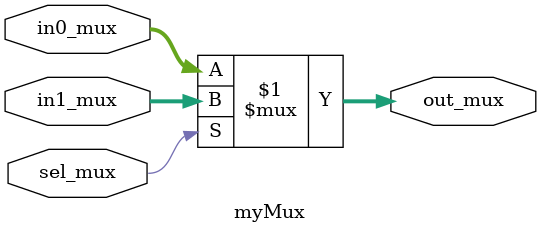
<source format=v>
module myMux (in0_mux, in1_mux, sel_mux, out_mux);
  input [31:0] in0_mux, in1_mux;
  input sel_mux;
  output [31:0] out_mux;
  
  assign out_mux = sel_mux ? in1_mux : in0_mux;
endmodule

</source>
